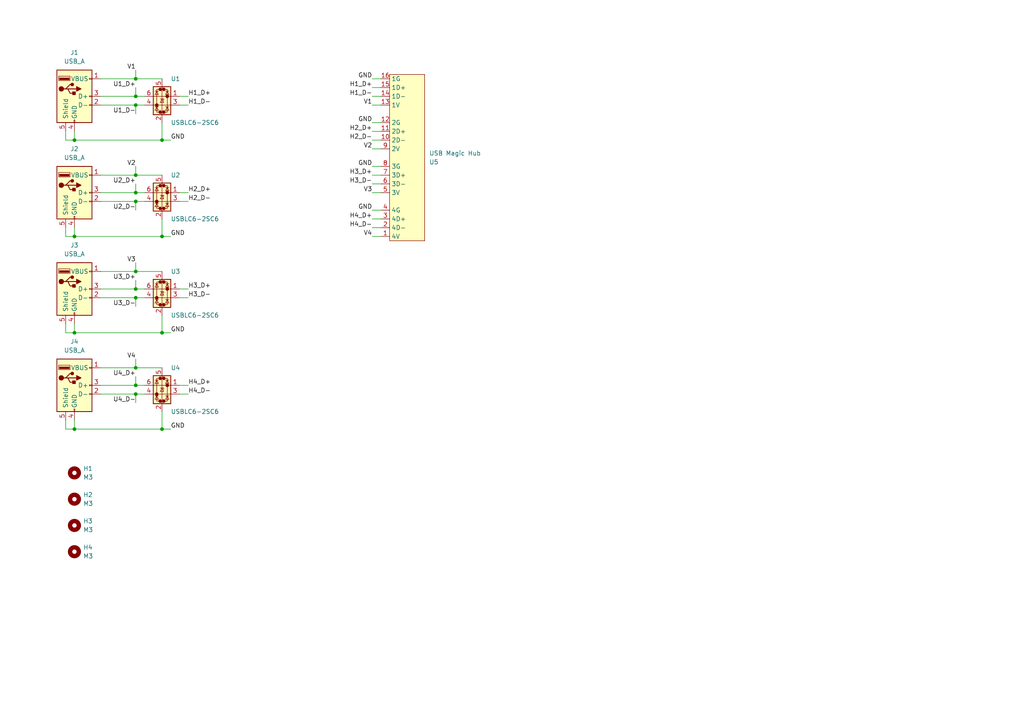
<source format=kicad_sch>
(kicad_sch (version 20230121) (generator eeschema)
  (paper "A4")
  (lib_symbols
    (symbol "Connector:USB_A" (pin_names (offset 1.016))
      (property "Reference" "J" (at -5.08 11.43 0))
      (property "Value" "USB_A" (at -5.08 8.89 0))
      (symbol "USB_A_0_1"
        (rectangle (start -5.08 -7.62) (end 5.08 7.62) (stroke (width 0.254)) (fill (type background)))
        (circle (center -3.81 2.159) (radius 0.635) (stroke (width 0.254)) (fill (type outline)))
        (rectangle (start -1.524 4.826) (end -4.318 5.334) (fill (type outline)))
        (rectangle (start -1.27 4.572) (end -4.572 5.842))
        (circle (center -0.635 3.429) (radius 0.381) (stroke (width 0.254)) (fill (type outline)))
        (rectangle (start -0.127 -7.62) (end 0.127 -6.858))
        (polyline (pts (xy -3.175 2.159) (xy -2.54 2.159) (xy -1.27 3.429) (xy -0.635 3.429)) (stroke (width 0.254)))
        (polyline (pts (xy -2.54 2.159) (xy -1.905 2.159) (xy -1.27 0.889) (xy 0 0.889)) (stroke (width 0.254)))
        (polyline (pts (xy 0.635 2.794) (xy 0.635 1.524) (xy 1.905 2.159) (xy 0.635 2.794)) (stroke (width 0.254)) (fill (type outline)))
        (rectangle (start 0.254 1.27) (end -0.508 0.508) (stroke (width 0.254)) (fill (type outline)))
        (rectangle (start 5.08 -2.667) (end 4.318 -2.413))
        (rectangle (start 5.08 -0.127) (end 4.318 0.127))
        (rectangle (start 5.08 4.953) (end 4.318 5.207))
      )
      (symbol "USB_A_1_1"
        (polyline (pts (xy -1.905 2.159) (xy 0.635 2.159)) (stroke (width 0.254)))
        (pin power_in line (at 7.62 5.08 180) (length 2.54) (name "VBUS") (number "1"))
        (pin bidirectional line (at 7.62 -2.54 180) (length 2.54) (name "D-") (number "2"))
        (pin bidirectional line (at 7.62 0 180) (length 2.54) (name "D+") (number "3"))
        (pin power_in line (at 0 -10.16 90) (length 2.54) (name "GND") (number "4"))
        (pin passive line (at -2.54 -10.16 90) (length 2.54) (name "Shield") (number "5"))
      )
    )
    (symbol "Mechanical:MountingHole" (pin_names (offset 1.016))
      (property "Reference" "H" (at 0 5.08 0))
      (property "Value" "MountingHole" (at 0 3.175 0))
      (symbol "MountingHole_0_1"
        (circle (center 0 0) (radius 1.27) (stroke (width 1.27)))
      )
    )
    (symbol "Power_Protection:USBLC6-2SC6" (pin_names hide)
      (property "Reference" "U" (at 0.635 5.715 0))
      (property "Value" "USBLC6-2SC6" (at 0.635 3.81 0))
      (symbol "USBLC6-2SC6_0_0"
        (circle (center -1.524 0) (radius 0.0001) (stroke (width 0.508)))
        (circle (center -0.508 -4.572) (radius 0.0001) (stroke (width 0.508)))
        (circle (center -0.508 2.032) (radius 0.0001) (stroke (width 0.508)))
        (circle (center 0.508 -4.572) (radius 0.0001) (stroke (width 0.508)))
        (circle (center 0.508 2.032) (radius 0.0001) (stroke (width 0.508)))
        (circle (center 1.524 -2.54) (radius 0.0001) (stroke (width 0.508)))
      )
      (symbol "USBLC6-2SC6_0_1"
        (polyline (pts (xy -2.54 -2.54) (xy 2.54 -2.54)))
        (polyline (pts (xy -2.54 0) (xy 2.54 0)))
        (polyline (pts (xy -2.032 -3.048) (xy -1.016 -3.048)))
        (polyline (pts (xy -1.016 1.524) (xy -2.032 1.524)))
        (polyline (pts (xy 1.016 -3.048) (xy 2.032 -3.048)))
        (polyline (pts (xy 1.016 1.524) (xy 2.032 1.524)))
        (polyline (pts (xy -0.508 -1.143) (xy -0.508 -0.762) (xy 0.508 -0.762)))
        (polyline (pts (xy -2.032 0.508) (xy -1.016 0.508) (xy -1.524 1.524) (xy -2.032 0.508)))
        (polyline (pts (xy -1.016 -4.064) (xy -2.032 -4.064) (xy -1.524 -3.048) (xy -1.016 -4.064)))
        (polyline (pts (xy 0.508 -1.778) (xy -0.508 -1.778) (xy 0 -0.762) (xy 0.508 -1.778)))
        (polyline (pts (xy 2.032 -4.064) (xy 1.016 -4.064) (xy 1.524 -3.048) (xy 2.032 -4.064)))
        (polyline (pts (xy 2.032 0.508) (xy 1.016 0.508) (xy 1.524 1.524) (xy 2.032 0.508)))
        (polyline (pts (xy 0 2.54) (xy -0.508 2.032) (xy 0.508 2.032) (xy 0 1.524) (xy 0 -4.064) (xy -0.508 -4.572) (xy 0.508 -4.572) (xy 0 -5.08)))
      )
      (symbol "USBLC6-2SC6_1_1"
        (rectangle (start -2.54 2.794) (end 2.54 -5.334) (stroke (width 0.254)) (fill (type background)))
        (polyline (pts (xy -0.508 2.032) (xy -1.524 2.032) (xy -1.524 -4.572) (xy -0.508 -4.572)))
        (polyline (pts (xy 0.508 -4.572) (xy 1.524 -4.572) (xy 1.524 2.032) (xy 0.508 2.032)))
        (pin passive line (at -5.08 0 0) (length 2.54) (name "I/O1") (number "1"))
        (pin passive line (at 0 -7.62 90) (length 2.54) (name "GND") (number "2"))
        (pin passive line (at -5.08 -2.54 0) (length 2.54) (name "I/O2") (number "3"))
        (pin passive line (at 5.08 -2.54 180) (length 2.54) (name "I/O2") (number "4"))
        (pin passive line (at 0 5.08 270) (length 2.54) (name "VBUS") (number "5"))
        (pin passive line (at 5.08 0 180) (length 2.54) (name "I/O1") (number "6"))
      )
    )
    (symbol "ZZ_Module_Custom:USB_Magic_Hub"
      (property "Reference" "U" (at 0 25.4 0))
      (property "Value" "USB Magic Hub" (at 0 -25.4 0))
      (symbol "USB_Magic_Hub_1_1"
        (rectangle (start -5.08 24.13) (end 5.08 -24.13) (fill (type background)))
        (pin passive line (at -7.62 22.86 0) (length 2.54) (name "4V") (number "1"))
        (pin passive line (at -7.62 -5.08 0) (length 2.54) (name "2D-") (number "10"))
        (pin passive line (at -7.62 -7.62 0) (length 2.54) (name "2D+") (number "11"))
        (pin passive line (at -7.62 -10.16 0) (length 2.54) (name "2G") (number "12"))
        (pin passive line (at -7.62 -15.24 0) (length 2.54) (name "1V") (number "13"))
        (pin passive line (at -7.62 -17.78 0) (length 2.54) (name "1D-") (number "14"))
        (pin passive line (at -7.62 -20.32 0) (length 2.54) (name "1D+") (number "15"))
        (pin passive line (at -7.62 -22.86 0) (length 2.54) (name "1G") (number "16"))
        (pin passive line (at -7.62 20.32 0) (length 2.54) (name "4D-") (number "2"))
        (pin passive line (at -7.62 17.78 0) (length 2.54) (name "4D+") (number "3"))
        (pin passive line (at -7.62 15.24 0) (length 2.54) (name "4G") (number "4"))
        (pin passive line (at -7.62 10.16 0) (length 2.54) (name "3V") (number "5"))
        (pin passive line (at -7.62 7.62 0) (length 2.54) (name "3D-") (number "6"))
        (pin passive line (at -7.62 5.08 0) (length 2.54) (name "3D+") (number "7"))
        (pin passive line (at -7.62 2.54 0) (length 2.54) (name "3G") (number "8"))
        (pin passive line (at -7.62 -2.54 0) (length 2.54) (name "2V") (number "9"))
      )
    )
  )
  (junction (at 39.37 27.94))
  (junction (at 39.37 58.42))
  (junction (at 21.59 40.64))
  (junction (at 39.37 86.36))
  (junction (at 46.99 124.46))
  (junction (at 39.37 50.8))
  (junction (at 39.37 78.74))
  (junction (at 21.59 96.52))
  (junction (at 21.59 124.46))
  (junction (at 46.99 68.58))
  (junction (at 39.37 30.48))
  (junction (at 39.37 111.76))
  (junction (at 39.37 114.3))
  (junction (at 46.99 96.52))
  (junction (at 39.37 83.82))
  (junction (at 46.99 40.64))
  (junction (at 39.37 22.86))
  (junction (at 39.37 55.88))
  (junction (at 39.37 106.68))
  (junction (at 21.59 68.58))
  (wire (pts (xy 29.21 86.36) (xy 39.37 86.36)))
  (wire (pts (xy 19.05 93.98) (xy 19.05 96.52)))
  (wire (pts (xy 29.21 30.48) (xy 39.37 30.48)))
  (wire (pts (xy 39.37 114.3) (xy 41.91 114.3)))
  (wire (pts (xy 52.07 86.36) (xy 54.61 86.36)))
  (wire (pts (xy 29.21 106.68) (xy 39.37 106.68)))
  (wire (pts (xy 21.59 124.46) (xy 21.59 121.92)))
  (wire (pts (xy 19.05 38.1) (xy 19.05 40.64)))
  (wire (pts (xy 39.37 27.94) (xy 41.91 27.94)))
  (wire (pts (xy 39.37 78.74) (xy 46.99 78.74)))
  (wire (pts (xy 52.07 27.94) (xy 54.61 27.94)))
  (wire (pts (xy 39.37 86.36) (xy 39.37 88.9)))
  (wire (pts (xy 107.95 60.96) (xy 110.49 60.96)))
  (wire (pts (xy 29.21 55.88) (xy 39.37 55.88)))
  (wire (pts (xy 29.21 27.94) (xy 39.37 27.94)))
  (wire (pts (xy 52.07 55.88) (xy 54.61 55.88)))
  (wire (pts (xy 29.21 58.42) (xy 39.37 58.42)))
  (wire (pts (xy 46.99 63.5) (xy 46.99 68.58)))
  (wire (pts (xy 21.59 96.52) (xy 21.59 93.98)))
  (wire (pts (xy 39.37 30.48) (xy 39.37 33.02)))
  (wire (pts (xy 52.07 83.82) (xy 54.61 83.82)))
  (wire (pts (xy 19.05 66.04) (xy 19.05 68.58)))
  (wire (pts (xy 19.05 96.52) (xy 21.59 96.52)))
  (wire (pts (xy 46.99 35.56) (xy 46.99 40.64)))
  (wire (pts (xy 52.07 58.42) (xy 54.61 58.42)))
  (wire (pts (xy 52.07 30.48) (xy 54.61 30.48)))
  (wire (pts (xy 39.37 83.82) (xy 41.91 83.82)))
  (wire (pts (xy 39.37 25.4) (xy 39.37 27.94)))
  (wire (pts (xy 21.59 96.52) (xy 46.99 96.52)))
  (wire (pts (xy 39.37 53.34) (xy 39.37 55.88)))
  (wire (pts (xy 39.37 50.8) (xy 46.99 50.8)))
  (wire (pts (xy 19.05 40.64) (xy 21.59 40.64)))
  (wire (pts (xy 21.59 40.64) (xy 21.59 38.1)))
  (wire (pts (xy 19.05 121.92) (xy 19.05 124.46)))
  (wire (pts (xy 52.07 114.3) (xy 54.61 114.3)))
  (wire (pts (xy 39.37 58.42) (xy 41.91 58.42)))
  (wire (pts (xy 107.95 38.1) (xy 110.49 38.1)))
  (wire (pts (xy 39.37 86.36) (xy 41.91 86.36)))
  (wire (pts (xy 21.59 124.46) (xy 46.99 124.46)))
  (wire (pts (xy 39.37 76.2) (xy 39.37 78.74)))
  (wire (pts (xy 21.59 68.58) (xy 46.99 68.58)))
  (wire (pts (xy 107.95 68.58) (xy 110.49 68.58)))
  (wire (pts (xy 29.21 114.3) (xy 39.37 114.3)))
  (wire (pts (xy 39.37 22.86) (xy 46.99 22.86)))
  (wire (pts (xy 39.37 81.28) (xy 39.37 83.82)))
  (wire (pts (xy 39.37 20.32) (xy 39.37 22.86)))
  (wire (pts (xy 107.95 43.18) (xy 110.49 43.18)))
  (wire (pts (xy 39.37 55.88) (xy 41.91 55.88)))
  (wire (pts (xy 107.95 30.48) (xy 110.49 30.48)))
  (wire (pts (xy 107.95 22.86) (xy 110.49 22.86)))
  (wire (pts (xy 107.95 25.4) (xy 110.49 25.4)))
  (wire (pts (xy 52.07 111.76) (xy 54.61 111.76)))
  (wire (pts (xy 29.21 83.82) (xy 39.37 83.82)))
  (wire (pts (xy 29.21 22.86) (xy 39.37 22.86)))
  (wire (pts (xy 46.99 68.58) (xy 49.53 68.58)))
  (wire (pts (xy 107.95 35.56) (xy 110.49 35.56)))
  (wire (pts (xy 39.37 30.48) (xy 41.91 30.48)))
  (wire (pts (xy 39.37 114.3) (xy 39.37 116.84)))
  (wire (pts (xy 107.95 53.34) (xy 110.49 53.34)))
  (wire (pts (xy 46.99 91.44) (xy 46.99 96.52)))
  (wire (pts (xy 107.95 40.64) (xy 110.49 40.64)))
  (wire (pts (xy 107.95 50.8) (xy 110.49 50.8)))
  (wire (pts (xy 107.95 48.26) (xy 110.49 48.26)))
  (wire (pts (xy 39.37 58.42) (xy 39.37 60.96)))
  (wire (pts (xy 19.05 68.58) (xy 21.59 68.58)))
  (wire (pts (xy 46.99 124.46) (xy 49.53 124.46)))
  (wire (pts (xy 29.21 111.76) (xy 39.37 111.76)))
  (wire (pts (xy 19.05 124.46) (xy 21.59 124.46)))
  (wire (pts (xy 39.37 48.26) (xy 39.37 50.8)))
  (wire (pts (xy 29.21 78.74) (xy 39.37 78.74)))
  (wire (pts (xy 107.95 27.94) (xy 110.49 27.94)))
  (wire (pts (xy 21.59 68.58) (xy 21.59 66.04)))
  (wire (pts (xy 107.95 66.04) (xy 110.49 66.04)))
  (wire (pts (xy 29.21 50.8) (xy 39.37 50.8)))
  (wire (pts (xy 39.37 106.68) (xy 46.99 106.68)))
  (wire (pts (xy 39.37 104.14) (xy 39.37 106.68)))
  (wire (pts (xy 39.37 109.22) (xy 39.37 111.76)))
  (wire (pts (xy 107.95 63.5) (xy 110.49 63.5)))
  (wire (pts (xy 46.99 96.52) (xy 49.53 96.52)))
  (wire (pts (xy 39.37 111.76) (xy 41.91 111.76)))
  (wire (pts (xy 21.59 40.64) (xy 46.99 40.64)))
  (wire (pts (xy 46.99 119.38) (xy 46.99 124.46)))
  (wire (pts (xy 46.99 40.64) (xy 49.53 40.64)))
  (wire (pts (xy 107.95 55.88) (xy 110.49 55.88)))
  (label "U1_D+" (at 39.37 25.4 180))
  (label "V2" (at 107.95 43.18 180))
  (label "V3" (at 39.37 76.2 180))
  (label "GND" (at 107.95 48.26 180))
  (label "U4_D+" (at 39.37 109.22 180))
  (label "H1_D-" (at 107.95 27.94 180))
  (label "H2_D-" (at 107.95 40.64 180))
  (label "H2_D+" (at 54.61 55.88 0))
  (label "U3_D-" (at 39.37 88.9 180))
  (label "H3_D+" (at 107.95 50.8 180))
  (label "H4_D+" (at 107.95 63.5 180))
  (label "V1" (at 39.37 20.32 180))
  (label "H4_D+" (at 54.61 111.76 0))
  (label "GND" (at 107.95 35.56 180))
  (label "U1_D-" (at 39.37 33.02 180))
  (label "GND" (at 49.53 40.64 0))
  (label "H1_D+" (at 107.95 25.4 180))
  (label "H2_D+" (at 107.95 38.1 180))
  (label "H2_D-" (at 54.61 58.42 0))
  (label "U3_D+" (at 39.37 81.28 180))
  (label "V3" (at 107.95 55.88 180))
  (label "GND" (at 107.95 60.96 180))
  (label "GND" (at 107.95 22.86 180))
  (label "H4_D-" (at 107.95 66.04 180))
  (label "GND" (at 49.53 68.58 0))
  (label "H1_D-" (at 54.61 30.48 0))
  (label "U2_D+" (at 39.37 53.34 180))
  (label "H1_D+" (at 54.61 27.94 0))
  (label "U2_D-" (at 39.37 60.96 180))
  (label "V4" (at 39.37 104.14 180))
  (label "V4" (at 107.95 68.58 180))
  (label "U4_D-" (at 39.37 116.84 180))
  (label "H4_D-" (at 54.61 114.3 0))
  (label "V1" (at 107.95 30.48 180))
  (label "H3_D+" (at 54.61 83.82 0))
  (label "GND" (at 49.53 96.52 0))
  (label "H3_D-" (at 107.95 53.34 180))
  (label "V2" (at 39.37 48.26 180))
  (label "GND" (at 49.53 124.46 0))
  (label "H3_D-" (at 54.61 86.36 0))
  (symbol (lib_id "ZZ_Module_Custom:USB_Magic_Hub") (at 118.11 45.72 0) (mirror x) (unit 1)
    (property "Reference" "U5" (at 124.46 46.99 0) (effects (justify left)))
    (property "Value" "USB Magic Hub" (at 124.46 44.45 0) (effects (justify left)))
    (property "Footprint" "ZZ_Custom_Footprints:USB_Magic_Hub" (effects hide))
  )
  (symbol (lib_id "Connector:USB_A") (at 21.59 55.88 0) (unit 1)
    (property "Reference" "J2" (at 21.59 43.18 0))
    (property "Value" "USB_A" (at 21.59 45.72 0))
    (property "Footprint" "Connector_USB:USB_A_Stewart_SS-52100-001_Horizontal" (effects hide))
    (property "Datasheet" " ~" (effects hide))
  )
  (symbol (lib_id "Mechanical:MountingHole") (at 21.59 137.16 0) (unit 1)
    (property "Reference" "H1" (at 24.13 135.89 0) (effects (justify left)))
    (property "Value" "M3" (at 24.13 138.43 0) (effects (justify left)))
    (property "Footprint" "MountingHole:MountingHole_3.2mm_M3" (effects hide))
  )
  (symbol (lib_id "Mechanical:MountingHole") (at 21.59 152.4 0) (unit 1)
    (property "Reference" "H3" (at 24.13 151.13 0) (effects (justify left)))
    (property "Value" "M3" (at 24.13 153.67 0) (effects (justify left)))
    (property "Footprint" "MountingHole:MountingHole_3.2mm_M3" (effects hide))
  )
  (symbol (lib_id "Connector:USB_A") (at 21.59 83.82 0) (unit 1)
    (property "Reference" "J3" (at 21.59 71.12 0))
    (property "Value" "USB_A" (at 21.59 73.66 0))
    (property "Footprint" "Connector_USB:USB_A_Stewart_SS-52100-001_Horizontal" (effects hide))
    (property "Datasheet" " ~" (effects hide))
  )
  (symbol (lib_id "Connector:USB_A") (at 21.59 27.94 0) (unit 1)
    (property "Reference" "J1" (at 21.59 15.24 0))
    (property "Value" "USB_A" (at 21.59 17.78 0))
    (property "Footprint" "Connector_USB:USB_A_Stewart_SS-52100-001_Horizontal" (effects hide))
    (property "Datasheet" " ~" (effects hide))
  )
  (symbol (lib_id "Power_Protection:USBLC6-2SC6") (at 46.99 55.88 0) (mirror y) (unit 1)
    (property "Reference" "U2" (at 49.53 50.8 0) (effects (justify right)))
    (property "Value" "USBLC6-2SC6" (at 49.53 63.5 0) (effects (justify right)))
    (property "Footprint" "Package_TO_SOT_SMD:SOT-23-6_Handsoldering" (effects hide))
    (property "Datasheet" "https://www.st.com/resource/en/datasheet/usblc6-2.pdf" (effects hide))
  )
  (symbol (lib_id "Power_Protection:USBLC6-2SC6") (at 46.99 83.82 0) (mirror y) (unit 1)
    (property "Reference" "U3" (at 49.53 78.74 0) (effects (justify right)))
    (property "Value" "USBLC6-2SC6" (at 49.53 91.44 0) (effects (justify right)))
    (property "Footprint" "Package_TO_SOT_SMD:SOT-23-6_Handsoldering" (effects hide))
    (property "Datasheet" "https://www.st.com/resource/en/datasheet/usblc6-2.pdf" (effects hide))
  )
  (symbol (lib_id "Mechanical:MountingHole") (at 21.59 160.02 0) (unit 1)
    (property "Reference" "H4" (at 24.13 158.75 0) (effects (justify left)))
    (property "Value" "M3" (at 24.13 161.29 0) (effects (justify left)))
    (property "Footprint" "MountingHole:MountingHole_3.2mm_M3" (effects hide))
  )
  (symbol (lib_id "Power_Protection:USBLC6-2SC6") (at 46.99 27.94 0) (mirror y) (unit 1)
    (property "Reference" "U1" (at 49.53 22.86 0) (effects (justify right)))
    (property "Value" "USBLC6-2SC6" (at 49.53 35.56 0) (effects (justify right)))
    (property "Footprint" "Package_TO_SOT_SMD:SOT-23-6_Handsoldering" (effects hide))
    (property "Datasheet" "https://www.st.com/resource/en/datasheet/usblc6-2.pdf" (effects hide))
  )
  (symbol (lib_id "Power_Protection:USBLC6-2SC6") (at 46.99 111.76 0) (mirror y) (unit 1)
    (property "Reference" "U4" (at 49.53 106.68 0) (effects (justify right)))
    (property "Value" "USBLC6-2SC6" (at 49.53 119.38 0) (effects (justify right)))
    (property "Footprint" "Package_TO_SOT_SMD:SOT-23-6_Handsoldering" (effects hide))
    (property "Datasheet" "https://www.st.com/resource/en/datasheet/usblc6-2.pdf" (effects hide))
  )
  (symbol (lib_id "Mechanical:MountingHole") (at 21.59 144.78 0) (unit 1)
    (property "Reference" "H2" (at 24.13 143.51 0) (effects (justify left)))
    (property "Value" "M3" (at 24.13 146.05 0) (effects (justify left)))
    (property "Footprint" "MountingHole:MountingHole_3.2mm_M3" (effects hide))
  )
  (symbol (lib_id "Connector:USB_A") (at 21.59 111.76 0) (unit 1)
    (property "Reference" "J4" (at 21.59 99.06 0))
    (property "Value" "USB_A" (at 21.59 101.6 0))
    (property "Footprint" "Connector_USB:USB_A_Stewart_SS-52100-001_Horizontal" (effects hide))
    (property "Datasheet" " ~" (effects hide))
  )
)
</source>
